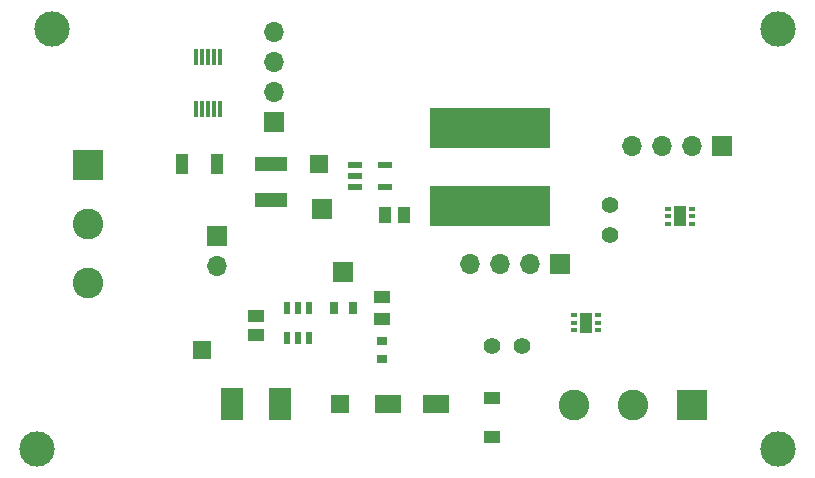
<source format=gbr>
%TF.GenerationSoftware,KiCad,Pcbnew,7.0.4*%
%TF.CreationDate,2023-05-30T06:19:14+05:30*%
%TF.ProjectId,1,312e6b69-6361-4645-9f70-636258585858,rev?*%
%TF.SameCoordinates,Original*%
%TF.FileFunction,Soldermask,Top*%
%TF.FilePolarity,Negative*%
%FSLAX46Y46*%
G04 Gerber Fmt 4.6, Leading zero omitted, Abs format (unit mm)*
G04 Created by KiCad (PCBNEW 7.0.4) date 2023-05-30 06:19:14*
%MOMM*%
%LPD*%
G01*
G04 APERTURE LIST*
%ADD10R,0.300000X1.425000*%
%ADD11C,3.000000*%
%ADD12R,1.500000X1.500000*%
%ADD13R,1.020000X1.470000*%
%ADD14R,1.700000X1.700000*%
%ADD15O,1.700000X1.700000*%
%ADD16C,1.400000*%
%ADD17R,1.117600X1.752600*%
%ADD18R,2.600000X2.600000*%
%ADD19C,2.600000*%
%ADD20R,0.800000X1.000000*%
%ADD21R,0.600000X0.350000*%
%ADD22R,1.100000X1.700000*%
%ADD23R,1.200000X0.600000*%
%ADD24R,0.550000X1.050000*%
%ADD25R,0.812800X0.762000*%
%ADD26R,2.200000X1.550000*%
%ADD27R,1.400000X1.000000*%
%ADD28R,2.700000X1.150000*%
%ADD29R,1.470000X1.020000*%
%ADD30R,1.981200X2.794000*%
%ADD31R,10.210800X3.505200*%
%ADD32R,1.350000X1.100000*%
G04 APERTURE END LIST*
D10*
%TO.C,U1*%
X126000000Y-77904000D03*
X126500000Y-77904000D03*
X127000000Y-77904000D03*
X127500000Y-77904000D03*
X128000000Y-77904000D03*
X128000000Y-73480000D03*
X127500000Y-73480000D03*
X127000000Y-73480000D03*
X126500000Y-73480000D03*
X126000000Y-73480000D03*
%TD*%
D11*
%TO.C,J3*%
X112522000Y-106680000D03*
%TD*%
D12*
%TO.C,TP1*%
X126492000Y-98298000D03*
%TD*%
D11*
%TO.C,J5*%
X175260000Y-106680000D03*
%TD*%
D12*
%TO.C,TP5*%
X138176000Y-102870000D03*
%TD*%
D13*
%TO.C,C4*%
X143558000Y-86868000D03*
X141938000Y-86868000D03*
%TD*%
D14*
%TO.C,J11*%
X156800000Y-91000000D03*
D15*
X154260000Y-91000000D03*
X151720000Y-91000000D03*
X149180000Y-91000000D03*
%TD*%
D16*
%TO.C,TP8*%
X161000000Y-86000000D03*
X161000000Y-88540000D03*
%TD*%
D14*
%TO.C,J9*%
X138430000Y-91694000D03*
%TD*%
D17*
%TO.C,R5*%
X124764800Y-82550000D03*
X127711200Y-82550000D03*
%TD*%
D18*
%TO.C,J4*%
X116789000Y-82630000D03*
D19*
X116789000Y-87630000D03*
X116789000Y-92630000D03*
%TD*%
D14*
%TO.C,J8*%
X132588000Y-78984000D03*
D15*
X132588000Y-76444000D03*
X132588000Y-73904000D03*
X132588000Y-71364000D03*
%TD*%
D20*
%TO.C,R3*%
X137630000Y-94742000D03*
X139230000Y-94742000D03*
%TD*%
D16*
%TO.C,TP9*%
X153540000Y-98000000D03*
X151000000Y-98000000D03*
%TD*%
D14*
%TO.C,J7*%
X136652000Y-86360000D03*
%TD*%
D21*
%TO.C,F2*%
X160050000Y-96650000D03*
X160050000Y-96000000D03*
X160050000Y-95350000D03*
X157950000Y-95350000D03*
X157950000Y-96000000D03*
X157950000Y-96650000D03*
D22*
X159000000Y-96000000D03*
%TD*%
D12*
%TO.C,TP3*%
X136398000Y-82550000D03*
%TD*%
D23*
%TO.C,Buck_IC1*%
X139466000Y-82616000D03*
X139466000Y-83566000D03*
X139466000Y-84516000D03*
X141966000Y-84516000D03*
X141966000Y-82616000D03*
%TD*%
D21*
%TO.C,F1*%
X168000000Y-87650000D03*
X168000000Y-87000000D03*
X168000000Y-86350000D03*
X165900000Y-86350000D03*
X165900000Y-87000000D03*
X165900000Y-87650000D03*
D22*
X166950000Y-87000000D03*
%TD*%
D24*
%TO.C,Boost_IC1*%
X133670000Y-97312000D03*
X134620000Y-97312000D03*
X135570000Y-97312000D03*
X135570000Y-94712000D03*
X134620000Y-94712000D03*
X133670000Y-94712000D03*
%TD*%
D14*
%TO.C,JMP1*%
X127762000Y-88641000D03*
D15*
X127762000Y-91181000D03*
%TD*%
D14*
%TO.C,J10*%
X170540000Y-81000000D03*
D15*
X168000000Y-81000000D03*
X165460000Y-81000000D03*
X162920000Y-81000000D03*
%TD*%
D25*
%TO.C,R2*%
X141732000Y-99072700D03*
X141732000Y-97523300D03*
%TD*%
D26*
%TO.C,D1*%
X146322000Y-102870000D03*
X142222000Y-102870000D03*
%TD*%
D27*
%TO.C,R1*%
X141732000Y-95692000D03*
X141732000Y-93792000D03*
%TD*%
D28*
%TO.C,C3*%
X132334000Y-85574000D03*
X132334000Y-82574000D03*
%TD*%
D11*
%TO.C,J2*%
X113792000Y-71120000D03*
%TD*%
D29*
%TO.C,C1*%
X131064000Y-95456000D03*
X131064000Y-97076000D03*
%TD*%
D30*
%TO.C,L1*%
X129032000Y-102870000D03*
X133096000Y-102870000D03*
%TD*%
D31*
%TO.C,L2*%
X150876000Y-79502000D03*
X150876000Y-86106000D03*
%TD*%
D11*
%TO.C,J6*%
X175260000Y-71120000D03*
%TD*%
D32*
%TO.C,C2*%
X151000000Y-105650000D03*
X151000000Y-102350000D03*
%TD*%
D18*
%TO.C,J1*%
X168000000Y-103000000D03*
D19*
X163000000Y-103000000D03*
X158000000Y-103000000D03*
%TD*%
M02*

</source>
